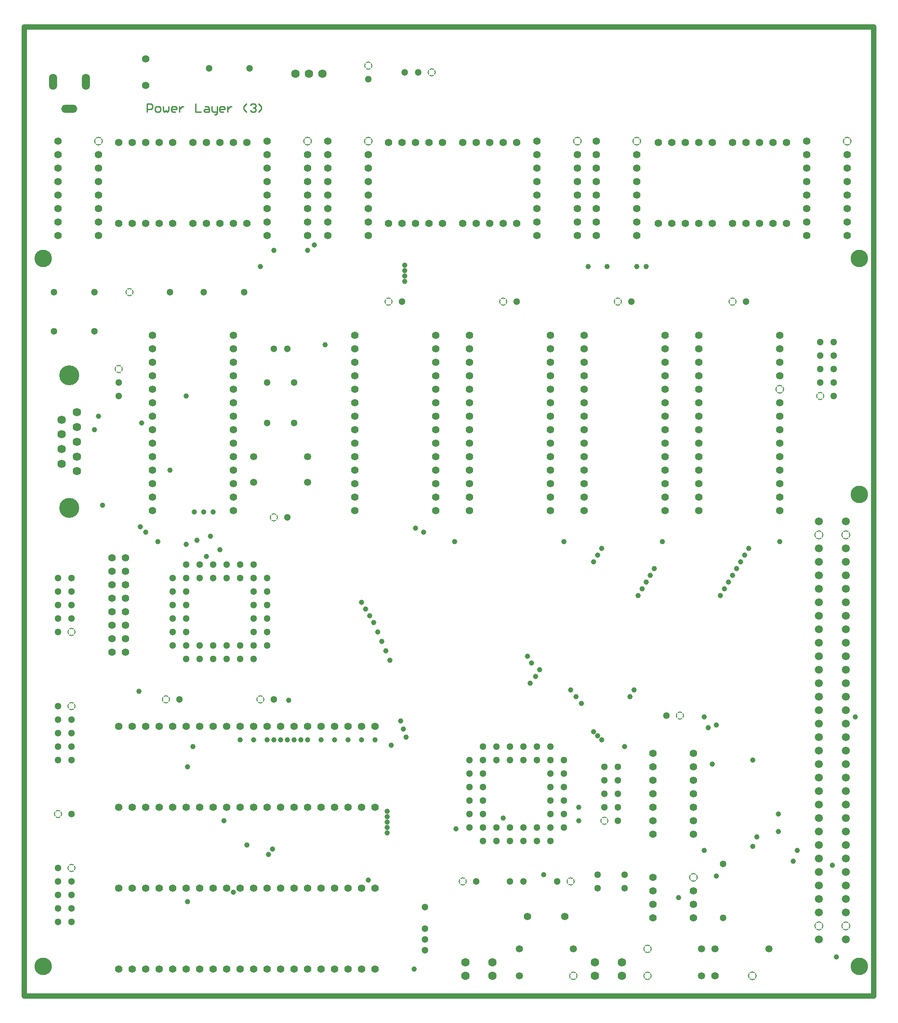
<source format=gbr>
G04 Layer_Physical_Order=3*
G04 Layer_Color=128*
%FSLAX26Y26*%
%MOIN*%
%TF.FileFunction,Copper,L3,Inr,Plane*%
%TF.Part,Single*%
G01*
G75*
%TA.AperFunction,NonConductor*%
%ADD14C,0.010000*%
%TA.AperFunction,ComponentPad*%
%ADD20C,0.055118*%
%ADD22C,0.059055*%
%TA.AperFunction,NonConductor*%
%ADD39C,0.040000*%
%TA.AperFunction,ComponentPad*%
%ADD41O,0.059055X0.119685*%
%ADD42O,0.119685X0.059055*%
%ADD43C,0.148031*%
%ADD44C,0.062598*%
%ADD46C,0.053150*%
G04:AMPARAMS|DCode=47|XSize=61.024mil|YSize=61.024mil|CornerRadius=0mil|HoleSize=0mil|Usage=FLASHONLY|Rotation=0.000|XOffset=0mil|YOffset=0mil|HoleType=Round|Shape=Relief|Width=7.874mil|Gap=7.874mil|Entries=4|*
%AMTHD47*
7,0,0,0.061024,0.045276,0.007874,45*
%
%ADD47THD47*%
%ADD48C,0.051181*%
%ADD49C,0.062992*%
%ADD51C,0.055118*%
G04:AMPARAMS|DCode=52|XSize=64.961mil|YSize=64.961mil|CornerRadius=0mil|HoleSize=0mil|Usage=FLASHONLY|Rotation=0.000|XOffset=0mil|YOffset=0mil|HoleType=Round|Shape=Relief|Width=7.874mil|Gap=7.874mil|Entries=4|*
%AMTHD52*
7,0,0,0.064961,0.049213,0.007874,45*
%
%ADD52THD52*%
G04:AMPARAMS|DCode=53|XSize=64.961mil|YSize=64.961mil|CornerRadius=0mil|HoleSize=0mil|Usage=FLASHONLY|Rotation=0.000|XOffset=0mil|YOffset=0mil|HoleType=Round|Shape=Relief|Width=7.874mil|Gap=7.874mil|Entries=4|*
%AMTHD53*
7,0,0,0.064961,0.049213,0.007874,45*
%
%ADD53THD53*%
%ADD54C,0.129921*%
G04:AMPARAMS|DCode=55|XSize=68.898mil|YSize=68.898mil|CornerRadius=0mil|HoleSize=0mil|Usage=FLASHONLY|Rotation=0.000|XOffset=0mil|YOffset=0mil|HoleType=Round|Shape=Relief|Width=7.874mil|Gap=7.874mil|Entries=4|*
%AMTHD55*
7,0,0,0.068898,0.053150,0.007874,45*
%
%ADD55THD55*%
%TA.AperFunction,ViaPad*%
%ADD56C,0.129921*%
%ADD57C,0.039370*%
%TA.AperFunction,ComponentPad*%
%ADD58O,0.059055X0.119685*%
G04:AMPARAMS|DCode=59|XSize=62.992mil|YSize=62.992mil|CornerRadius=0mil|HoleSize=0mil|Usage=FLASHONLY|Rotation=0.000|XOffset=0mil|YOffset=0mil|HoleType=Round|Shape=Relief|Width=7.874mil|Gap=7.874mil|Entries=4|*
%AMTHD59*
7,0,0,0.062992,0.047244,0.007874,45*
%
%ADD59THD59*%
D14*
X910000Y6555000D02*
Y6614981D01*
X939990D01*
X949987Y6604984D01*
Y6584990D01*
X939990Y6574993D01*
X910000D01*
X979977Y6555000D02*
X999971D01*
X1009968Y6564997D01*
Y6584990D01*
X999971Y6594987D01*
X979977D01*
X969981Y6584990D01*
Y6564997D01*
X979977Y6555000D01*
X1029961Y6594987D02*
Y6564997D01*
X1039958Y6555000D01*
X1049955Y6564997D01*
X1059951Y6555000D01*
X1069948Y6564997D01*
Y6594987D01*
X1119932Y6555000D02*
X1099939D01*
X1089942Y6564997D01*
Y6584990D01*
X1099939Y6594987D01*
X1119932D01*
X1129929Y6584990D01*
Y6574993D01*
X1089942D01*
X1149922Y6594987D02*
Y6555000D01*
Y6574993D01*
X1159919Y6584990D01*
X1169916Y6594987D01*
X1179913D01*
X1269884Y6614981D02*
Y6555000D01*
X1309871D01*
X1339861Y6594987D02*
X1359854D01*
X1369851Y6584990D01*
Y6555000D01*
X1339861D01*
X1329864Y6564997D01*
X1339861Y6574993D01*
X1369851D01*
X1389845Y6594987D02*
Y6564997D01*
X1399842Y6555000D01*
X1429832D01*
Y6545003D01*
X1419835Y6535007D01*
X1409838D01*
X1429832Y6555000D02*
Y6594987D01*
X1479816Y6555000D02*
X1459822D01*
X1449825Y6564997D01*
Y6584990D01*
X1459822Y6594987D01*
X1479816D01*
X1489812Y6584990D01*
Y6574993D01*
X1449825D01*
X1509806Y6594987D02*
Y6555000D01*
Y6574993D01*
X1519803Y6584990D01*
X1529800Y6594987D01*
X1539796D01*
X1649761Y6555000D02*
X1629767Y6574993D01*
Y6594987D01*
X1649761Y6614981D01*
X1679751Y6604984D02*
X1689748Y6614981D01*
X1709741D01*
X1719738Y6604984D01*
Y6594987D01*
X1709741Y6584990D01*
X1699745D01*
X1709741D01*
X1719738Y6574993D01*
Y6564997D01*
X1709741Y6555000D01*
X1689748D01*
X1679751Y6564997D01*
X1739732Y6555000D02*
X1759725Y6574993D01*
Y6594987D01*
X1739732Y6614981D01*
D20*
X5120236Y150000D02*
D03*
X5250000Y5730000D02*
D03*
X5350000D02*
D03*
X5450000D02*
D03*
X5550000D02*
D03*
X5650000D02*
D03*
X5250000Y6330000D02*
D03*
X5350000D02*
D03*
X5450000D02*
D03*
X5550000D02*
D03*
X5650000D02*
D03*
X4700000Y5730000D02*
D03*
X4800000D02*
D03*
X4900000D02*
D03*
X5000000D02*
D03*
X5100000D02*
D03*
X4700000Y6330000D02*
D03*
X4800000D02*
D03*
X4900000D02*
D03*
X5000000D02*
D03*
X5100000D02*
D03*
X1250000Y5730000D02*
D03*
X1350000D02*
D03*
X1450000D02*
D03*
X1550000D02*
D03*
X1650000D02*
D03*
X1250000Y6330000D02*
D03*
X1350000D02*
D03*
X1450000D02*
D03*
X1550000D02*
D03*
X1650000D02*
D03*
X700000Y5730000D02*
D03*
X800000D02*
D03*
X900000D02*
D03*
X1000000D02*
D03*
X1100000D02*
D03*
X700000Y6330000D02*
D03*
X800000D02*
D03*
X900000D02*
D03*
X1000000D02*
D03*
X1100000D02*
D03*
X3250000Y5730000D02*
D03*
X3350000D02*
D03*
X3450000D02*
D03*
X3550000D02*
D03*
X3650000D02*
D03*
X3250000Y6330000D02*
D03*
X3350000D02*
D03*
X3450000D02*
D03*
X3550000D02*
D03*
X3650000D02*
D03*
X2700000Y5730000D02*
D03*
X2800000D02*
D03*
X2900000D02*
D03*
X3000000D02*
D03*
X3100000D02*
D03*
X2700000Y6330000D02*
D03*
X2800000D02*
D03*
X2900000D02*
D03*
X3000000D02*
D03*
X3100000D02*
D03*
X4009764Y590000D02*
D03*
X3730236D02*
D03*
X650000Y3250000D02*
D03*
X750000D02*
D03*
X650000Y3150000D02*
D03*
X750000D02*
D03*
X650000Y3050000D02*
D03*
X750000D02*
D03*
X650000Y2950000D02*
D03*
X750000D02*
D03*
X650000Y2850000D02*
D03*
X750000D02*
D03*
X650000Y2750000D02*
D03*
X750000D02*
D03*
X650000Y2650000D02*
D03*
X750000D02*
D03*
X650000Y2550000D02*
D03*
X750000D02*
D03*
X950000Y4900000D02*
D03*
Y4800000D02*
D03*
Y4700000D02*
D03*
Y4600000D02*
D03*
Y4500000D02*
D03*
Y4400000D02*
D03*
Y4300000D02*
D03*
Y4200000D02*
D03*
Y4100000D02*
D03*
Y4000000D02*
D03*
Y3900000D02*
D03*
Y3800000D02*
D03*
Y3700000D02*
D03*
Y3600000D02*
D03*
X1550000Y4900000D02*
D03*
Y4800000D02*
D03*
Y4700000D02*
D03*
Y4600000D02*
D03*
Y4500000D02*
D03*
Y4400000D02*
D03*
Y4300000D02*
D03*
Y4200000D02*
D03*
Y4100000D02*
D03*
Y4000000D02*
D03*
Y3900000D02*
D03*
Y3800000D02*
D03*
Y3700000D02*
D03*
Y3600000D02*
D03*
X900000Y6948425D02*
D03*
Y6751575D02*
D03*
D22*
X5890551Y3118504D02*
D03*
Y2818504D02*
D03*
Y2518504D02*
D03*
Y3518504D02*
D03*
Y3318504D02*
D03*
Y3218504D02*
D03*
Y3018504D02*
D03*
Y2918504D02*
D03*
Y2718504D02*
D03*
Y2618504D02*
D03*
Y2418504D02*
D03*
X6090551Y3518504D02*
D03*
Y3318504D02*
D03*
Y3218504D02*
D03*
Y3018504D02*
D03*
Y2918504D02*
D03*
Y2718504D02*
D03*
Y2618504D02*
D03*
Y2418504D02*
D03*
X5890551Y418504D02*
D03*
Y618504D02*
D03*
Y718504D02*
D03*
Y918504D02*
D03*
Y1018504D02*
D03*
Y1218504D02*
D03*
Y1318504D02*
D03*
Y1518504D02*
D03*
X6090551Y418504D02*
D03*
Y618504D02*
D03*
Y718504D02*
D03*
Y918504D02*
D03*
Y1018504D02*
D03*
Y1218504D02*
D03*
Y1318504D02*
D03*
Y1518504D02*
D03*
X5890551Y1618504D02*
D03*
Y1718504D02*
D03*
Y1818504D02*
D03*
Y1918504D02*
D03*
Y2018504D02*
D03*
Y2118504D02*
D03*
Y2218504D02*
D03*
Y2318504D02*
D03*
X6090551Y1618504D02*
D03*
Y1718504D02*
D03*
Y1818504D02*
D03*
Y1918504D02*
D03*
Y2018504D02*
D03*
Y2118504D02*
D03*
Y2218504D02*
D03*
Y2318504D02*
D03*
Y3118504D02*
D03*
Y2818504D02*
D03*
Y2518504D02*
D03*
Y1418504D02*
D03*
Y1118504D02*
D03*
Y818504D02*
D03*
X5890551D02*
D03*
Y1118504D02*
D03*
Y1418504D02*
D03*
D39*
X-1Y7185039D02*
X0Y0D01*
X-1Y7185039D02*
X6299211D01*
X6299213Y0D01*
X0D02*
X6299213D01*
D41*
X459370Y6780787D02*
D03*
D42*
X335000Y6580000D02*
D03*
D43*
X334016Y4601929D02*
D03*
Y3618071D02*
D03*
D44*
X389921Y3891890D02*
D03*
X278110Y3946417D02*
D03*
X389921Y4000945D02*
D03*
X278110Y4055472D02*
D03*
X389921Y4110000D02*
D03*
X278110Y4164528D02*
D03*
X389921Y4219055D02*
D03*
X278110Y4273583D02*
D03*
X389921Y4328110D02*
D03*
D46*
X3670000Y150000D02*
D03*
X5020000D02*
D03*
X3670000Y350000D02*
D03*
X4070000D02*
D03*
X5020000D02*
D03*
X5520000D02*
D03*
X5120000D02*
D03*
X2100000Y4000000D02*
D03*
X1700000D02*
D03*
X2100000Y3810000D02*
D03*
X1700000D02*
D03*
D47*
X1050000Y2200000D02*
D03*
X3250000Y850000D02*
D03*
X4400000Y5150000D02*
D03*
X2700000D02*
D03*
X3550000D02*
D03*
X1750000Y2200000D02*
D03*
X4860000Y2080000D02*
D03*
X4050000Y850000D02*
D03*
X250000Y1350000D02*
D03*
X5250000Y5150000D02*
D03*
X1850000Y3550000D02*
D03*
X780000Y5220000D02*
D03*
X700000Y4650000D02*
D03*
X350000Y2700000D02*
D03*
Y2150000D02*
D03*
Y950000D02*
D03*
X4300000Y1300000D02*
D03*
X3020000Y6850000D02*
D03*
X2550000Y6900000D02*
D03*
X5900000Y4450000D02*
D03*
D48*
X3600000Y850000D02*
D03*
X3700000D02*
D03*
X4250000Y900000D02*
D03*
Y800000D02*
D03*
X4450000D02*
D03*
Y900000D02*
D03*
X1150000Y2200000D02*
D03*
X3350000Y850000D02*
D03*
X4500000Y5150000D02*
D03*
X2800000D02*
D03*
X3650000D02*
D03*
X1850000Y2200000D02*
D03*
X4760000Y2080000D02*
D03*
X3950000Y850000D02*
D03*
X5350000Y5150000D02*
D03*
X1950000Y3550000D02*
D03*
X1400000Y2600000D02*
D03*
X1500000Y2500000D02*
D03*
Y2600000D02*
D03*
X1600000Y2500000D02*
D03*
Y2600000D02*
D03*
X1700000Y2500000D02*
D03*
X1800000Y2600000D02*
D03*
X1700000D02*
D03*
X1800000Y2700000D02*
D03*
X1700000D02*
D03*
X1800000Y2800000D02*
D03*
X1700000D02*
D03*
X1800000Y2900000D02*
D03*
X1700000D02*
D03*
X1800000Y3000000D02*
D03*
X1700000D02*
D03*
X1800000Y3100000D02*
D03*
X1700000Y3200000D02*
D03*
Y3100000D02*
D03*
X1600000Y3200000D02*
D03*
Y3100000D02*
D03*
X1500000Y3200000D02*
D03*
Y3100000D02*
D03*
X1400000Y3200000D02*
D03*
Y3100000D02*
D03*
X1200000Y3000000D02*
D03*
Y2900000D02*
D03*
Y3100000D02*
D03*
X1300000Y3200000D02*
D03*
Y3100000D02*
D03*
X1200000Y3200000D02*
D03*
X1300000Y2600000D02*
D03*
X1100000Y3100000D02*
D03*
X1300000Y2500000D02*
D03*
X1100000Y3000000D02*
D03*
Y2900000D02*
D03*
X1200000Y2800000D02*
D03*
Y2700000D02*
D03*
X1100000Y2800000D02*
D03*
X1200000Y2600000D02*
D03*
X1100000Y2700000D02*
D03*
Y2600000D02*
D03*
X1200000Y2500000D02*
D03*
X1400000D02*
D03*
X1330000Y5220000D02*
D03*
X1630000D02*
D03*
X1080000D02*
D03*
X520000D02*
D03*
X220000D02*
D03*
Y4930000D02*
D03*
X520000D02*
D03*
X700000Y4450000D02*
D03*
Y4550000D02*
D03*
X250000Y2700000D02*
D03*
X350000Y2800000D02*
D03*
X250000D02*
D03*
X350000Y2900000D02*
D03*
X250000D02*
D03*
X350000Y3000000D02*
D03*
X250000D02*
D03*
X350000Y3100000D02*
D03*
X250000D02*
D03*
Y2150000D02*
D03*
Y2050000D02*
D03*
X350000D02*
D03*
X250000Y1950000D02*
D03*
X350000D02*
D03*
X250000Y1850000D02*
D03*
X350000D02*
D03*
X250000Y1750000D02*
D03*
X350000D02*
D03*
X250000Y950000D02*
D03*
Y850000D02*
D03*
X350000D02*
D03*
X250000Y750000D02*
D03*
X350000D02*
D03*
X250000Y650000D02*
D03*
X350000D02*
D03*
X250000Y550000D02*
D03*
X350000D02*
D03*
X1850000Y4800000D02*
D03*
X1950000D02*
D03*
X2000000Y4550000D02*
D03*
X1800000D02*
D03*
X4400000Y1300000D02*
D03*
Y1400000D02*
D03*
X4300000D02*
D03*
X4400000Y1500000D02*
D03*
X4300000D02*
D03*
X4400000Y1600000D02*
D03*
X4300000D02*
D03*
X4400000Y1700000D02*
D03*
X4300000D02*
D03*
X2920000Y6850000D02*
D03*
X2820000D02*
D03*
X2550000Y6800000D02*
D03*
X1670000Y6880000D02*
D03*
X1370000D02*
D03*
X1800000Y4250000D02*
D03*
X2000000D02*
D03*
X5180000Y980000D02*
D03*
Y580000D02*
D03*
X6000000Y4450000D02*
D03*
Y4550000D02*
D03*
X5900000D02*
D03*
X6000000Y4650000D02*
D03*
X5900000D02*
D03*
X6000000Y4750000D02*
D03*
X5900000D02*
D03*
X6000000Y4850000D02*
D03*
X5900000D02*
D03*
X2970000Y660000D02*
D03*
Y500000D02*
D03*
Y420000D02*
D03*
Y340000D02*
D03*
X3700000Y1750000D02*
D03*
X3600000Y1850000D02*
D03*
Y1750000D02*
D03*
X3500000Y1850000D02*
D03*
Y1750000D02*
D03*
X3400000Y1850000D02*
D03*
X3300000Y1750000D02*
D03*
X3400000D02*
D03*
X3300000Y1650000D02*
D03*
X3400000D02*
D03*
X3300000Y1550000D02*
D03*
X3400000D02*
D03*
X3300000Y1450000D02*
D03*
X3400000D02*
D03*
X3300000Y1350000D02*
D03*
X3400000D02*
D03*
X3300000Y1250000D02*
D03*
X3400000Y1150000D02*
D03*
Y1250000D02*
D03*
X3500000Y1150000D02*
D03*
Y1250000D02*
D03*
X3600000Y1150000D02*
D03*
Y1250000D02*
D03*
X3700000Y1150000D02*
D03*
Y1250000D02*
D03*
X3900000Y1350000D02*
D03*
Y1450000D02*
D03*
Y1250000D02*
D03*
X3800000Y1150000D02*
D03*
Y1250000D02*
D03*
X3900000Y1150000D02*
D03*
X3800000Y1750000D02*
D03*
X4000000Y1250000D02*
D03*
X3800000Y1850000D02*
D03*
X4000000Y1350000D02*
D03*
Y1450000D02*
D03*
X3900000Y1550000D02*
D03*
Y1650000D02*
D03*
X4000000Y1550000D02*
D03*
X3900000Y1750000D02*
D03*
X4000000Y1650000D02*
D03*
Y1750000D02*
D03*
X3900000Y1850000D02*
D03*
X3700000D02*
D03*
X350000Y1350000D02*
D03*
D49*
X3470000Y250000D02*
D03*
X3270000D02*
D03*
Y150000D02*
D03*
X3470000D02*
D03*
X2010000Y6840000D02*
D03*
X2110000D02*
D03*
X4430000Y250000D02*
D03*
X4230000D02*
D03*
Y150000D02*
D03*
X4430000D02*
D03*
X2210000Y6840000D02*
D03*
D51*
X4150000Y4900000D02*
D03*
Y4800000D02*
D03*
Y4700000D02*
D03*
Y4600000D02*
D03*
Y4500000D02*
D03*
Y4400000D02*
D03*
Y4300000D02*
D03*
Y4200000D02*
D03*
Y4100000D02*
D03*
Y4000000D02*
D03*
Y3900000D02*
D03*
Y3800000D02*
D03*
Y3700000D02*
D03*
Y3600000D02*
D03*
X4750000Y4900000D02*
D03*
Y4800000D02*
D03*
Y4700000D02*
D03*
Y4600000D02*
D03*
Y4500000D02*
D03*
Y4400000D02*
D03*
Y4300000D02*
D03*
Y4200000D02*
D03*
Y4100000D02*
D03*
Y4000000D02*
D03*
Y3900000D02*
D03*
Y3800000D02*
D03*
Y3700000D02*
D03*
Y3600000D02*
D03*
X2450000Y4900000D02*
D03*
Y4800000D02*
D03*
Y4700000D02*
D03*
Y4600000D02*
D03*
Y4500000D02*
D03*
Y4400000D02*
D03*
Y4300000D02*
D03*
Y4200000D02*
D03*
Y4100000D02*
D03*
Y4000000D02*
D03*
Y3900000D02*
D03*
Y3800000D02*
D03*
Y3700000D02*
D03*
Y3600000D02*
D03*
X3050000Y4900000D02*
D03*
Y4800000D02*
D03*
Y4700000D02*
D03*
Y4600000D02*
D03*
Y4500000D02*
D03*
Y4400000D02*
D03*
Y4300000D02*
D03*
Y4200000D02*
D03*
Y4100000D02*
D03*
Y4000000D02*
D03*
Y3900000D02*
D03*
Y3800000D02*
D03*
Y3700000D02*
D03*
Y3600000D02*
D03*
X5000000Y4900000D02*
D03*
Y4800000D02*
D03*
Y4700000D02*
D03*
Y4600000D02*
D03*
Y4500000D02*
D03*
Y4400000D02*
D03*
Y4300000D02*
D03*
Y4200000D02*
D03*
Y4100000D02*
D03*
Y4000000D02*
D03*
Y3900000D02*
D03*
Y3800000D02*
D03*
Y3700000D02*
D03*
Y3600000D02*
D03*
X5600000Y4900000D02*
D03*
Y4800000D02*
D03*
Y4700000D02*
D03*
Y4600000D02*
D03*
Y4400000D02*
D03*
Y4300000D02*
D03*
Y4200000D02*
D03*
Y4100000D02*
D03*
Y4000000D02*
D03*
Y3900000D02*
D03*
Y3800000D02*
D03*
Y3700000D02*
D03*
Y3600000D02*
D03*
X2600000Y800000D02*
D03*
X2500000D02*
D03*
X2400000D02*
D03*
X2300000D02*
D03*
X2200000D02*
D03*
X2100000D02*
D03*
X2000000D02*
D03*
X1900000D02*
D03*
X1800000D02*
D03*
X1700000D02*
D03*
X1600000D02*
D03*
X1500000D02*
D03*
X1400000D02*
D03*
X1300000D02*
D03*
X1200000D02*
D03*
X1100000D02*
D03*
X1000000D02*
D03*
X900000D02*
D03*
X800000D02*
D03*
X700000D02*
D03*
X2600000Y200000D02*
D03*
X2500000D02*
D03*
X2400000D02*
D03*
X2300000D02*
D03*
X2200000D02*
D03*
X2100000D02*
D03*
X2000000D02*
D03*
X1900000D02*
D03*
X1800000D02*
D03*
X1700000D02*
D03*
X1600000D02*
D03*
X1500000D02*
D03*
X1400000D02*
D03*
X1300000D02*
D03*
X1200000D02*
D03*
X1100000D02*
D03*
X1000000D02*
D03*
X900000D02*
D03*
X800000D02*
D03*
X700000D02*
D03*
X6100000Y5640000D02*
D03*
Y5740000D02*
D03*
Y5840000D02*
D03*
Y5940000D02*
D03*
Y6040000D02*
D03*
Y6140000D02*
D03*
Y6240000D02*
D03*
X5800000Y5640000D02*
D03*
Y5740000D02*
D03*
Y5840000D02*
D03*
Y5940000D02*
D03*
Y6040000D02*
D03*
Y6140000D02*
D03*
Y6240000D02*
D03*
Y6340000D02*
D03*
X4541762Y5640000D02*
D03*
Y5740000D02*
D03*
Y5840000D02*
D03*
Y5940000D02*
D03*
Y6040000D02*
D03*
Y6140000D02*
D03*
Y6240000D02*
D03*
X4241762Y5640000D02*
D03*
Y5740000D02*
D03*
Y5840000D02*
D03*
Y5940000D02*
D03*
Y6040000D02*
D03*
Y6140000D02*
D03*
Y6240000D02*
D03*
Y6340000D02*
D03*
X2100000Y5640000D02*
D03*
Y5740000D02*
D03*
Y5840000D02*
D03*
Y5940000D02*
D03*
Y6040000D02*
D03*
Y6140000D02*
D03*
Y6240000D02*
D03*
X1800000Y5640000D02*
D03*
Y5740000D02*
D03*
Y5840000D02*
D03*
Y5940000D02*
D03*
Y6040000D02*
D03*
Y6140000D02*
D03*
Y6240000D02*
D03*
Y6340000D02*
D03*
X550000Y5640000D02*
D03*
Y5740000D02*
D03*
Y5840000D02*
D03*
Y5940000D02*
D03*
Y6040000D02*
D03*
Y6140000D02*
D03*
Y6240000D02*
D03*
X250000Y5640000D02*
D03*
Y5740000D02*
D03*
Y5840000D02*
D03*
Y5940000D02*
D03*
Y6040000D02*
D03*
Y6140000D02*
D03*
Y6240000D02*
D03*
Y6340000D02*
D03*
X4100000Y5640000D02*
D03*
Y5740000D02*
D03*
Y5840000D02*
D03*
Y5940000D02*
D03*
Y6040000D02*
D03*
Y6140000D02*
D03*
Y6240000D02*
D03*
X3800000Y5640000D02*
D03*
Y5740000D02*
D03*
Y5840000D02*
D03*
Y5940000D02*
D03*
Y6040000D02*
D03*
Y6140000D02*
D03*
Y6240000D02*
D03*
Y6340000D02*
D03*
X2550000Y5640000D02*
D03*
Y5740000D02*
D03*
Y5840000D02*
D03*
Y5940000D02*
D03*
Y6040000D02*
D03*
Y6140000D02*
D03*
Y6240000D02*
D03*
X2250000Y5640000D02*
D03*
Y5740000D02*
D03*
Y5840000D02*
D03*
Y5940000D02*
D03*
Y6040000D02*
D03*
Y6140000D02*
D03*
Y6240000D02*
D03*
Y6340000D02*
D03*
X2600000Y2000000D02*
D03*
X2500000D02*
D03*
X2400000D02*
D03*
X2300000D02*
D03*
X2200000D02*
D03*
X2100000D02*
D03*
X2000000D02*
D03*
X1900000D02*
D03*
X1800000D02*
D03*
X1700000D02*
D03*
X1600000D02*
D03*
X1500000D02*
D03*
X1400000D02*
D03*
X1300000D02*
D03*
X1200000D02*
D03*
X1100000D02*
D03*
X1000000D02*
D03*
X900000D02*
D03*
X800000D02*
D03*
X700000D02*
D03*
X2600000Y1400000D02*
D03*
X2500000D02*
D03*
X2400000D02*
D03*
X2300000D02*
D03*
X2200000D02*
D03*
X2100000D02*
D03*
X2000000D02*
D03*
X1900000D02*
D03*
X1800000D02*
D03*
X1700000D02*
D03*
X1600000D02*
D03*
X1500000D02*
D03*
X1400000D02*
D03*
X1300000D02*
D03*
X1200000D02*
D03*
X1100000D02*
D03*
X1000000D02*
D03*
X900000D02*
D03*
X800000D02*
D03*
X700000D02*
D03*
X3300000Y4900000D02*
D03*
Y4800000D02*
D03*
Y4700000D02*
D03*
Y4600000D02*
D03*
Y4500000D02*
D03*
Y4400000D02*
D03*
Y4300000D02*
D03*
Y4200000D02*
D03*
Y4100000D02*
D03*
Y4000000D02*
D03*
Y3900000D02*
D03*
Y3800000D02*
D03*
Y3700000D02*
D03*
Y3600000D02*
D03*
X3900000Y4900000D02*
D03*
Y4800000D02*
D03*
Y4700000D02*
D03*
Y4600000D02*
D03*
Y4500000D02*
D03*
Y4400000D02*
D03*
Y4300000D02*
D03*
Y4200000D02*
D03*
Y4100000D02*
D03*
Y4000000D02*
D03*
Y3900000D02*
D03*
Y3800000D02*
D03*
Y3700000D02*
D03*
Y3600000D02*
D03*
X4960000Y580000D02*
D03*
Y680000D02*
D03*
Y780000D02*
D03*
X4660000Y580000D02*
D03*
Y680000D02*
D03*
Y780000D02*
D03*
Y880000D02*
D03*
X4960000Y1200000D02*
D03*
Y1300000D02*
D03*
Y1400000D02*
D03*
Y1500000D02*
D03*
Y1600000D02*
D03*
Y1700000D02*
D03*
Y1800000D02*
D03*
X4660000Y1200000D02*
D03*
Y1300000D02*
D03*
Y1400000D02*
D03*
Y1500000D02*
D03*
Y1600000D02*
D03*
Y1700000D02*
D03*
Y1800000D02*
D03*
D52*
X5600000Y4500000D02*
D03*
X6100000Y6340000D02*
D03*
X4541762D02*
D03*
X2100000D02*
D03*
X550000D02*
D03*
X4100000D02*
D03*
X2550000D02*
D03*
X4960000Y880000D02*
D03*
D53*
X5399764Y150000D02*
D03*
D54*
X6190551Y218504D02*
D03*
Y3718504D02*
D03*
D55*
X5890551Y3418504D02*
D03*
X6090551Y518504D02*
D03*
Y3418504D02*
D03*
X5890551Y518504D02*
D03*
D56*
X141732Y218504D02*
D03*
X6190551Y5468504D02*
D03*
X141732D02*
D03*
D57*
X3850000Y900000D02*
D03*
X1550000Y770000D02*
D03*
X1480000Y1300000D02*
D03*
X2690000Y1370000D02*
D03*
Y1330000D02*
D03*
Y1290000D02*
D03*
Y1250000D02*
D03*
Y1210000D02*
D03*
X3200000Y1240000D02*
D03*
X1810000Y1050000D02*
D03*
X1840000Y1090000D02*
D03*
X2890000Y200000D02*
D03*
X1650000Y1120000D02*
D03*
X5370000Y3320000D02*
D03*
X5340000Y3270000D02*
D03*
X5310000Y3220000D02*
D03*
X5280000Y3170000D02*
D03*
X5250000Y3118504D02*
D03*
X5220000Y3070000D02*
D03*
X5160000Y2970000D02*
D03*
X5190000Y3018504D02*
D03*
X4490000Y2220000D02*
D03*
X4520000Y2270000D02*
D03*
X4110000Y1400000D02*
D03*
Y1300000D02*
D03*
X4670000Y3170000D02*
D03*
X4640000Y3120000D02*
D03*
X4610000Y3070000D02*
D03*
X4580000Y3020000D02*
D03*
X4550000Y2970000D02*
D03*
X4280000Y3320000D02*
D03*
X4250000Y3270000D02*
D03*
X4220000Y3220000D02*
D03*
X2550000Y860000D02*
D03*
X2050000Y1900000D02*
D03*
X1950000D02*
D03*
X1850000D02*
D03*
X4850000Y730000D02*
D03*
X1080000Y3900000D02*
D03*
X580000Y3640000D02*
D03*
X2960000Y3440000D02*
D03*
X2900000Y3470000D02*
D03*
X1960000Y2192500D02*
D03*
X2600000Y1900000D02*
D03*
X2500000D02*
D03*
X2400000D02*
D03*
X2300000D02*
D03*
X2200000D02*
D03*
X2100000D02*
D03*
X2000000D02*
D03*
X1900000D02*
D03*
X1800000D02*
D03*
X1700000D02*
D03*
X1600000D02*
D03*
X3730000Y2520000D02*
D03*
X3760000Y2470000D02*
D03*
X2710000Y2490000D02*
D03*
X2680000Y2560000D02*
D03*
X2650000Y2630000D02*
D03*
X2620000Y2700000D02*
D03*
X2590000Y2770000D02*
D03*
X2560000Y2820000D02*
D03*
X2530000Y2870000D02*
D03*
X2500000Y2918504D02*
D03*
X3790000Y2370000D02*
D03*
X3820000Y2418504D02*
D03*
X1450000Y3310000D02*
D03*
X1350000Y3260000D02*
D03*
X860000Y3480000D02*
D03*
X1260000Y3590000D02*
D03*
X1330000D02*
D03*
X1200000Y4450000D02*
D03*
X900000Y3440000D02*
D03*
X550000Y4300000D02*
D03*
X520000Y4200000D02*
D03*
X990000Y3370000D02*
D03*
X1400000Y3590000D02*
D03*
X870000Y4250000D02*
D03*
X2150000Y5570000D02*
D03*
X2100000Y5530000D02*
D03*
X2820000Y5380000D02*
D03*
X1850000Y5530000D02*
D03*
X2820000Y5340000D02*
D03*
Y5300000D02*
D03*
X1750000Y5410000D02*
D03*
X2820000Y5420000D02*
D03*
X4450000Y1850000D02*
D03*
X4050000Y2270000D02*
D03*
X4090000Y2220000D02*
D03*
X4130000Y2170000D02*
D03*
X4220000Y1960000D02*
D03*
X4250000Y1930000D02*
D03*
X4280000Y1900000D02*
D03*
X3750000Y2320000D02*
D03*
X1250000Y1850000D02*
D03*
X850000Y2260000D02*
D03*
X1210000Y700000D02*
D03*
Y1700000D02*
D03*
X1200000Y3350000D02*
D03*
X1280000Y3380000D02*
D03*
X1380000Y3410000D02*
D03*
X5070000Y1990000D02*
D03*
X5130000Y2010000D02*
D03*
X5100000Y1720000D02*
D03*
X5590000Y1350000D02*
D03*
Y1220000D02*
D03*
X2230000Y4830000D02*
D03*
X6020000Y290000D02*
D03*
X5400000Y1750000D02*
D03*
X5700000Y1000000D02*
D03*
X5990000Y970000D02*
D03*
X5730000Y1080000D02*
D03*
X5400000Y1110000D02*
D03*
X5430000Y1180000D02*
D03*
X5040000Y1080000D02*
D03*
Y2070236D02*
D03*
X6160000Y2070000D02*
D03*
X4000000Y3370000D02*
D03*
X3190000D02*
D03*
X3550000Y1320000D02*
D03*
X2720000Y1860000D02*
D03*
X4730000Y3370000D02*
D03*
X5600000D02*
D03*
X5130000Y890000D02*
D03*
X4180000Y5410000D02*
D03*
X4320000D02*
D03*
X4540000D02*
D03*
X4610000D02*
D03*
X2830000Y1920000D02*
D03*
X2810000Y1980000D02*
D03*
X2790000Y2040000D02*
D03*
D58*
X215276Y6780630D02*
D03*
D59*
X4070000Y150000D02*
D03*
X4620000D02*
D03*
Y350000D02*
D03*
%TF.MD5,C70D187223FF91F7BAE27E5A58DBA78C*%
M02*

</source>
